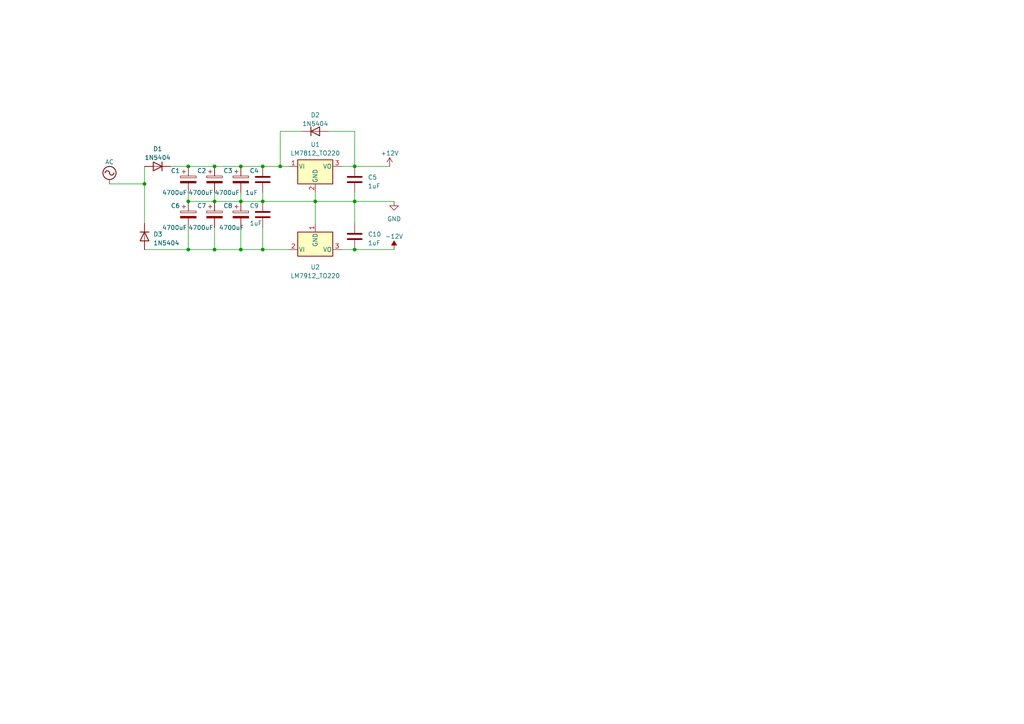
<source format=kicad_sch>
(kicad_sch (version 20230121) (generator eeschema)
  (paper "A4")
  (title_block (title "Synth PSU"))
  (lib_symbols
    (symbol "Device:C" (pin_numbers hide) (pin_names (offset 0.254))
      (property "Reference" "C" (at 0.635 2.54 0))
      (property "Value" "C" (at 0.635 -2.54 0))
      (symbol "C_0_1"
        (polyline (pts (xy -2.032 -0.762) (xy 2.032 -0.762)) (stroke (width 0.508)))
        (polyline (pts (xy -2.032 0.762) (xy 2.032 0.762)) (stroke (width 0.508)))
      )
      (symbol "C_1_1"
        (pin passive line (at 0 3.81 270) (length 2.794) (name "~") (number "1"))
        (pin passive line (at 0 -3.81 90) (length 2.794) (name "~") (number "2"))
      )
    )
    (symbol "Device:C_Polarized" (pin_numbers hide) (pin_names (offset 0.254))
      (property "Reference" "C" (at 0.635 2.54 0))
      (property "Value" "C_Polarized" (at 0.635 -2.54 0))
      (symbol "C_Polarized_0_1"
        (rectangle (start -2.286 0.508) (end 2.286 1.016))
        (polyline (pts (xy -1.778 2.286) (xy -0.762 2.286)))
        (polyline (pts (xy -1.27 2.794) (xy -1.27 1.778)))
        (rectangle (start 2.286 -0.508) (end -2.286 -1.016) (fill (type outline)))
      )
      (symbol "C_Polarized_1_1"
        (pin passive line (at 0 3.81 270) (length 2.794) (name "~") (number "1"))
        (pin passive line (at 0 -3.81 90) (length 2.794) (name "~") (number "2"))
      )
    )
    (symbol "Diode:1N5404" (pin_numbers hide) (pin_names hide)
      (property "Reference" "D" (at 0 2.54 0))
      (property "Value" "1N5404" (at 0 -2.54 0))
      (symbol "1N5404_0_1"
        (polyline (pts (xy -1.27 1.27) (xy -1.27 -1.27)) (stroke (width 0.254)))
        (polyline (pts (xy 1.27 0) (xy -1.27 0)))
        (polyline (pts (xy 1.27 1.27) (xy 1.27 -1.27) (xy -1.27 0) (xy 1.27 1.27)) (stroke (width 0.254)))
      )
      (symbol "1N5404_1_1"
        (pin passive line (at -3.81 0 0) (length 2.54) (name "K") (number "1"))
        (pin passive line (at 3.81 0 180) (length 2.54) (name "A") (number "2"))
      )
    )
    (symbol "Regulator_Linear:LM7812_TO220" (pin_names (offset 0.254))
      (property "Reference" "U" (at -3.81 3.175 0))
      (property "Value" "LM7812_TO220" (at 0 3.175 0))
      (symbol "LM7812_TO220_0_1"
        (rectangle (start -5.08 1.905) (end 5.08 -5.08) (stroke (width 0.254)) (fill (type background)))
      )
      (symbol "LM7812_TO220_1_1"
        (pin power_in line (at -7.62 0 0) (length 2.54) (name "VI") (number "1"))
        (pin power_in line (at 0 -7.62 90) (length 2.54) (name "GND") (number "2"))
        (pin power_out line (at 7.62 0 180) (length 2.54) (name "VO") (number "3"))
      )
    )
    (symbol "Regulator_Linear:LM7912_TO220" (pin_names (offset 0.254))
      (property "Reference" "U" (at -3.81 -3.175 0))
      (property "Value" "LM7912_TO220" (at 0 -3.175 0))
      (symbol "LM7912_TO220_0_1"
        (rectangle (start -5.08 5.08) (end 5.08 -1.905) (stroke (width 0.254)) (fill (type background)))
      )
      (symbol "LM7912_TO220_1_1"
        (pin power_in line (at 0 7.62 270) (length 2.54) (name "GND") (number "1"))
        (pin power_in line (at -7.62 0 0) (length 2.54) (name "VI") (number "2"))
        (pin power_out line (at 7.62 0 180) (length 2.54) (name "VO") (number "3"))
      )
    )
    (symbol "power:+12V" (power) (pin_names (offset 0))
      (property "Value" "+12V" (at 0 3.556 0))
      (symbol "+12V_0_1"
        (polyline (pts (xy -0.762 1.27) (xy 0 2.54)))
        (polyline (pts (xy 0 0) (xy 0 2.54)))
        (polyline (pts (xy 0 2.54) (xy 0.762 1.27)))
      )
      (symbol "+12V_1_1"
        (pin power_in line (at 0 0 90) (length 0) hide (name "+12V") (number "1"))
      )
    )
    (symbol "power:-12V" (power) (pin_names (offset 0))
      (property "Value" "-12V" (at 0 3.81 0))
      (symbol "-12V_0_0"
        (pin power_in line (at 0 0 90) (length 0) hide (name "-12V") (number "1"))
      )
      (symbol "-12V_0_1"
        (polyline (pts (xy 0 0) (xy 0 1.27) (xy 0.762 1.27) (xy 0 2.54) (xy -0.762 1.27) (xy 0 1.27)) (fill (type outline)))
      )
    )
    (symbol "power:AC" (power) (pin_names (offset 0))
      (property "Value" "AC" (at 0 6.35 0))
      (symbol "AC_0_1"
        (polyline (pts (xy 0 0) (xy 0 1.27)))
        (arc (start 0 3.175) (mid -0.635 3.8073) (end -1.27 3.175) (stroke (width 0.254)))
        (arc (start 0 3.175) (mid 0.635 2.5427) (end 1.27 3.175) (stroke (width 0.254)))
        (circle (center 0 3.175) (radius 1.905) (stroke (width 0.254)))
      )
      (symbol "AC_1_1"
        (pin power_in line (at 0 0 90) (length 0) hide (name "AC") (number "1"))
      )
    )
    (symbol "power:GND" (power) (pin_names (offset 0))
      (property "Value" "GND" (at 0 -3.81 0))
      (symbol "GND_0_1"
        (polyline (pts (xy 0 0) (xy 0 -1.27) (xy 1.27 -1.27) (xy 0 -2.54) (xy -1.27 -1.27) (xy 0 -1.27)))
      )
      (symbol "GND_1_1"
        (pin power_in line (at 0 0 270) (length 0) hide (name "GND") (number "1"))
      )
    )
  )
  (junction (at 76.2 58.42))
  (junction (at 54.61 58.42))
  (junction (at 81.28 48.26))
  (junction (at 91.44 58.42))
  (junction (at 69.85 48.26))
  (junction (at 102.87 58.42))
  (junction (at 62.23 58.42))
  (junction (at 62.23 72.39))
  (junction (at 76.2 48.26))
  (junction (at 76.2 72.39))
  (junction (at 69.85 58.42))
  (junction (at 69.85 72.39))
  (junction (at 54.61 48.26))
  (junction (at 102.87 72.39))
  (junction (at 62.23 48.26))
  (junction (at 54.61 72.39))
  (junction (at 102.87 48.26))
  (junction (at 41.91 53.34))
  (wire (pts (xy 69.85 72.39) (xy 76.2 72.39)))
  (wire (pts (xy 69.85 66.04) (xy 69.85 72.39)))
  (wire (pts (xy 91.44 58.42) (xy 91.44 55.88)))
  (wire (pts (xy 76.2 58.42) (xy 91.44 58.42)))
  (wire (pts (xy 62.23 55.88) (xy 62.23 58.42)))
  (wire (pts (xy 49.53 48.26) (xy 54.61 48.26)))
  (wire (pts (xy 54.61 48.26) (xy 62.23 48.26)))
  (wire (pts (xy 102.87 38.1) (xy 95.25 38.1)))
  (wire (pts (xy 62.23 58.42) (xy 69.85 58.42)))
  (wire (pts (xy 54.61 55.88) (xy 54.61 58.42)))
  (wire (pts (xy 102.87 58.42) (xy 102.87 64.77)))
  (wire (pts (xy 62.23 48.26) (xy 69.85 48.26)))
  (wire (pts (xy 69.85 48.26) (xy 76.2 48.26)))
  (wire (pts (xy 102.87 72.39) (xy 99.06 72.39)))
  (wire (pts (xy 76.2 66.04) (xy 76.2 72.39)))
  (wire (pts (xy 102.87 48.26) (xy 113.03 48.26)))
  (wire (pts (xy 69.85 55.88) (xy 69.85 58.42)))
  (wire (pts (xy 31.75 53.34) (xy 41.91 53.34)))
  (wire (pts (xy 62.23 66.04) (xy 62.23 72.39)))
  (wire (pts (xy 102.87 48.26) (xy 102.87 38.1)))
  (wire (pts (xy 91.44 58.42) (xy 102.87 58.42)))
  (wire (pts (xy 41.91 48.26) (xy 41.91 53.34)))
  (wire (pts (xy 102.87 58.42) (xy 114.3 58.42)))
  (wire (pts (xy 76.2 72.39) (xy 83.82 72.39)))
  (wire (pts (xy 41.91 72.39) (xy 54.61 72.39)))
  (wire (pts (xy 54.61 58.42) (xy 62.23 58.42)))
  (wire (pts (xy 81.28 48.26) (xy 81.28 38.1)))
  (wire (pts (xy 102.87 72.39) (xy 114.3 72.39)))
  (wire (pts (xy 54.61 72.39) (xy 62.23 72.39)))
  (wire (pts (xy 69.85 58.42) (xy 76.2 58.42)))
  (wire (pts (xy 102.87 58.42) (xy 102.87 55.88)))
  (wire (pts (xy 76.2 48.26) (xy 81.28 48.26)))
  (wire (pts (xy 81.28 38.1) (xy 87.63 38.1)))
  (wire (pts (xy 41.91 53.34) (xy 41.91 64.77)))
  (wire (pts (xy 91.44 58.42) (xy 91.44 64.77)))
  (wire (pts (xy 81.28 48.26) (xy 83.82 48.26)))
  (wire (pts (xy 54.61 66.04) (xy 54.61 72.39)))
  (wire (pts (xy 76.2 55.88) (xy 76.2 58.42)))
  (wire (pts (xy 102.87 48.26) (xy 99.06 48.26)))
  (wire (pts (xy 62.23 72.39) (xy 69.85 72.39)))
  (symbol (lib_id "Device:C_Polarized") (at 62.23 52.07 0) (unit 1)
    (property "Reference" "C2" (at 57.15 49.53 0) (effects (justify left)))
    (property "Value" "4700uF" (at 54.61 55.88 0) (effects (justify left)))
    (property "CPC_Code" "CA04829" (effects hide))
  )
  (symbol (lib_id "Regulator_Linear:LM7812_TO220") (at 91.44 48.26 0) (unit 1)
    (property "Reference" "U1" (at 91.44 41.91 0))
    (property "Value" "LM7812_TO220" (at 91.44 44.45 0))
    (property "Footprint" "Package_TO_SOT_THT:TO-220-3_Vertical" (effects hide))
    (property "Datasheet" "https://www.onsemi.cn/PowerSolutions/document/MC7800-D.PDF" (effects hide))
    (property "CPC_Code" "SC08367" (effects hide))
    (property "MFR_Part" "L7812ABV" (effects hide))
  )
  (symbol (lib_id "Diode:1N5404") (at 91.44 38.1 0) (unit 1)
    (property "Reference" "D2" (at 91.44 33.3613 0))
    (property "Value" "1N5404" (at 91.44 35.9013 0))
    (property "Footprint" "Diode_THT:D_DO-201AD_P15.24mm_Horizontal" (effects hide))
    (property "Datasheet" "http://www.vishay.com/docs/88516/1n5400.pdf" (effects hide))
    (property "Sim.Device" "D" (effects hide))
    (property "Sim.Pins" "1=K 2=A" (effects hide))
    (property "CPC_Code" "SC14891" (effects hide))
  )
  (symbol (lib_id "Diode:1N5404") (at 41.91 68.58 270) (unit 1)
    (property "Reference" "D3" (at 44.45 67.945 90) (effects (justify left)))
    (property "Value" "1N5404" (at 44.45 70.485 90) (effects (justify left)))
    (property "Footprint" "Diode_THT:D_DO-201AD_P15.24mm_Horizontal" (effects hide))
    (property "Datasheet" "http://www.vishay.com/docs/88516/1n5400.pdf" (effects hide))
    (property "Sim.Device" "D" (effects hide))
    (property "Sim.Pins" "1=K 2=A" (effects hide))
    (property "CPC_Code" "SC14891" (effects hide))
  )
  (symbol (lib_id "power:+12V") (at 113.03 48.26 0) (unit 1)
    (property "Reference" "#PWR02" (effects hide))
    (property "Value" "+12V" (at 113.03 44.45 0))
  )
  (symbol (lib_id "Diode:1N5404") (at 45.72 48.26 180) (unit 1)
    (property "Reference" "D1" (at 45.72 43.18 0))
    (property "Value" "1N5404" (at 45.72 45.72 0))
    (property "Footprint" "Diode_THT:D_DO-201AD_P15.24mm_Horizontal" (effects hide))
    (property "Datasheet" "http://www.vishay.com/docs/88516/1n5400.pdf" (effects hide))
    (property "Sim.Device" "D" (effects hide))
    (property "Sim.Pins" "1=K 2=A" (effects hide))
    (property "CPC_Code" "SC14891" (effects hide))
  )
  (symbol (lib_id "Device:C") (at 76.2 52.07 0) (unit 1)
    (property "Reference" "C4" (at 72.39 49.53 0) (effects (justify left)))
    (property "Value" "1uF" (at 71.12 55.88 0) (effects (justify left)))
  )
  (symbol (lib_id "Device:C") (at 102.87 52.07 0) (unit 1)
    (property "Reference" "C5" (at 106.68 51.435 0) (effects (justify left)))
    (property "Value" "1uF" (at 106.68 53.975 0) (effects (justify left)))
  )
  (symbol (lib_id "Device:C") (at 102.87 68.58 0) (unit 1)
    (property "Reference" "C10" (at 106.68 67.945 0) (effects (justify left)))
    (property "Value" "1uF" (at 106.68 70.485 0) (effects (justify left)))
  )
  (symbol (lib_id "power:-12V") (at 114.3 72.39 0) (unit 1)
    (property "Reference" "#PWR04" (effects hide))
    (property "Value" "-12V" (at 114.3 68.58 0))
  )
  (symbol (lib_id "Device:C") (at 76.2 62.23 0) (unit 1)
    (property "Reference" "C9" (at 72.39 59.69 0) (effects (justify left)))
    (property "Value" "1uF" (at 72.39 64.77 0) (effects (justify left)))
  )
  (symbol (lib_id "Device:C_Polarized") (at 69.85 52.07 0) (unit 1)
    (property "Reference" "C3" (at 64.77 49.53 0) (effects (justify left)))
    (property "Value" "4700uF" (at 62.23 55.88 0) (effects (justify left)))
    (property "CPC_Code" "CA04829" (effects hide))
  )
  (symbol (lib_id "Device:C_Polarized") (at 69.85 62.23 0) (unit 1)
    (property "Reference" "C8" (at 64.77 59.69 0) (effects (justify left)))
    (property "Value" "4700uF" (at 63.5 66.04 0) (effects (justify left)))
    (property "CPC_Code" "CA04829" (effects hide))
  )
  (symbol (lib_id "Device:C_Polarized") (at 62.23 62.23 0) (unit 1)
    (property "Reference" "C7" (at 57.15 59.69 0) (effects (justify left)))
    (property "Value" "4700uF" (at 54.61 66.04 0) (effects (justify left)))
    (property "CPC_Code" "CA04829" (effects hide))
  )
  (symbol (lib_id "Device:C_Polarized") (at 54.61 52.07 0) (unit 1)
    (property "Reference" "C1" (at 49.53 49.53 0) (effects (justify left)))
    (property "Value" "4700uF" (at 46.99 55.88 0) (effects (justify left)))
    (property "CPC_Code" "CA04829" (effects hide))
  )
  (symbol (lib_id "Regulator_Linear:LM7912_TO220") (at 91.44 72.39 0) (unit 1)
    (property "Reference" "U2" (at 91.44 77.47 0))
    (property "Value" "LM7912_TO220" (at 91.44 80.01 0))
    (property "Footprint" "Package_TO_SOT_THT:TO-220-3_Vertical" (effects hide))
    (property "Datasheet" "hhttps://www.onsemi.com/pub/Collateral/MC7900-D.PDF" (effects hide))
    (property "CPC_Code" "SC08490" (effects hide))
    (property "MFR_Part" "L7912ACV" (effects hide))
  )
  (symbol (lib_id "Device:C_Polarized") (at 54.61 62.23 0) (unit 1)
    (property "Reference" "C6" (at 49.53 59.69 0) (effects (justify left)))
    (property "Value" "4700uF" (at 46.99 66.04 0) (effects (justify left)))
    (property "CPC_Code" "CA04829" (effects hide))
  )
  (symbol (lib_id "power:AC") (at 31.75 53.34 0) (unit 1)
    (property "Reference" "#PWR03" (effects hide))
    (property "Value" "AC" (at 31.75 46.99 0))
  )
  (symbol (lib_id "power:GND") (at 114.3 58.42 0) (unit 1)
    (property "Reference" "#PWR01" (effects hide))
    (property "Value" "GND" (at 114.3 63.5 0))
  )
)
</source>
